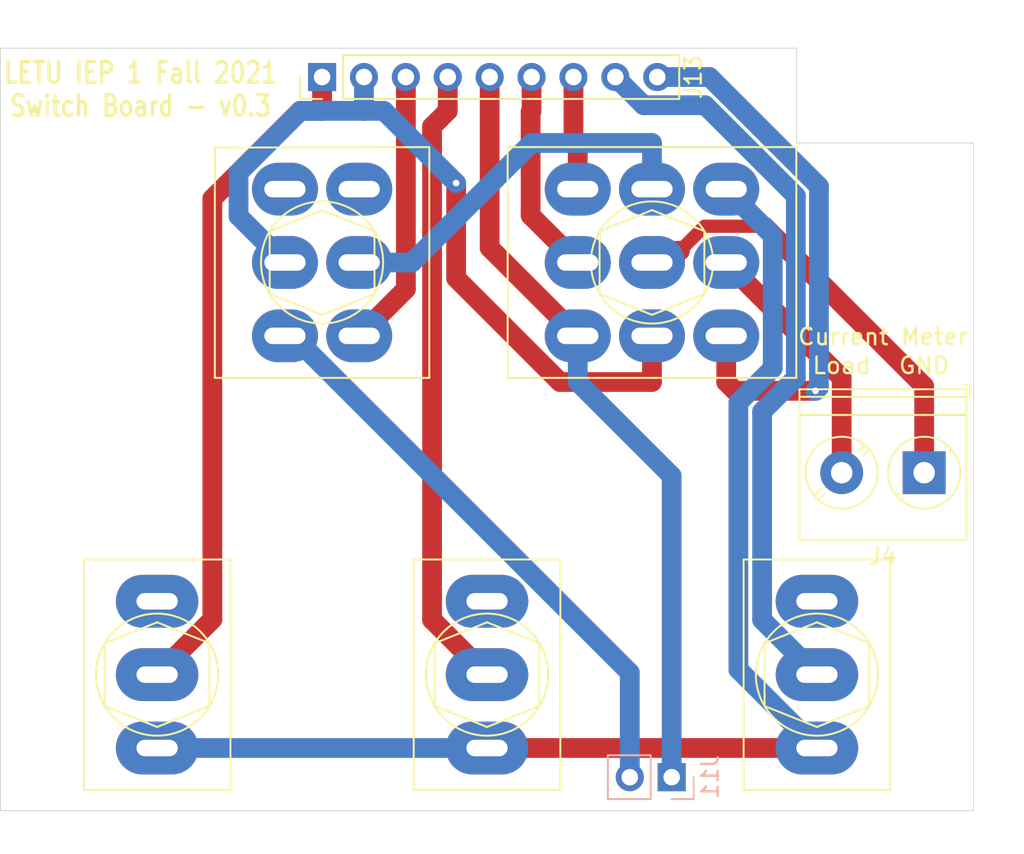
<source format=kicad_pcb>
(kicad_pcb (version 20171130) (host pcbnew 5.1.10)

  (general
    (thickness 1.6)
    (drawings 10)
    (tracks 72)
    (zones 0)
    (modules 8)
    (nets 15)
  )

  (page A4)
  (layers
    (0 F.Cu signal)
    (31 B.Cu signal)
    (32 B.Adhes user)
    (33 F.Adhes user)
    (34 B.Paste user)
    (35 F.Paste user)
    (36 B.SilkS user)
    (37 F.SilkS user)
    (38 B.Mask user)
    (39 F.Mask user)
    (40 Dwgs.User user)
    (41 Cmts.User user)
    (42 Eco1.User user)
    (43 Eco2.User user)
    (44 Edge.Cuts user)
    (45 Margin user)
    (46 B.CrtYd user)
    (47 F.CrtYd user)
    (48 B.Fab user)
    (49 F.Fab user)
  )

  (setup
    (last_trace_width 1.2)
    (trace_clearance 0.2)
    (zone_clearance 0.508)
    (zone_45_only no)
    (trace_min 0.2)
    (via_size 0.8)
    (via_drill 0.4)
    (via_min_size 0.4)
    (via_min_drill 0.3)
    (uvia_size 0.3)
    (uvia_drill 0.1)
    (uvias_allowed no)
    (uvia_min_size 0.2)
    (uvia_min_drill 0.1)
    (edge_width 0.05)
    (segment_width 0.2)
    (pcb_text_width 0.3)
    (pcb_text_size 1.5 1.5)
    (mod_edge_width 0.12)
    (mod_text_size 1 1)
    (mod_text_width 0.15)
    (pad_size 1.524 1.524)
    (pad_drill 0.762)
    (pad_to_mask_clearance 0)
    (aux_axis_origin 0 0)
    (grid_origin 40.5 121.75)
    (visible_elements FFFFFF7F)
    (pcbplotparams
      (layerselection 0x010fc_ffffffff)
      (usegerberextensions true)
      (usegerberattributes false)
      (usegerberadvancedattributes false)
      (creategerberjobfile false)
      (excludeedgelayer true)
      (linewidth 0.100000)
      (plotframeref false)
      (viasonmask false)
      (mode 1)
      (useauxorigin false)
      (hpglpennumber 1)
      (hpglpenspeed 20)
      (hpglpendiameter 15.000000)
      (psnegative false)
      (psa4output false)
      (plotreference true)
      (plotvalue false)
      (plotinvisibletext false)
      (padsonsilk false)
      (subtractmaskfromsilk true)
      (outputformat 1)
      (mirror false)
      (drillshape 0)
      (scaleselection 1)
      (outputdirectory "Gerber/Main/"))
  )

  (net 0 "")
  (net 1 "Net-(SW1-Pad2)")
  (net 2 "Net-(SW2-Pad7)")
  (net 3 Bridge_DC_-)
  (net 4 Bridge_DC_+)
  (net 5 Bridge_CC_-)
  (net 6 Bridge_12V_-)
  (net 7 Bridge_BAT_+)
  (net 8 Bridge_Meter_+)
  (net 9 Bridge_5v_-)
  (net 10 Bridge_BAT_-)
  (net 11 Bridge_USB_-)
  (net 12 "Net-(J4-Pad2)")
  (net 13 "Net-(J4-Pad1)")
  (net 14 "Net-(J11-Pad2)")

  (net_class Default "This is the default net class."
    (clearance 0.2)
    (trace_width 1.2)
    (via_dia 0.8)
    (via_drill 0.4)
    (uvia_dia 0.3)
    (uvia_drill 0.1)
    (add_net Bridge_12V_-)
    (add_net Bridge_5v_-)
    (add_net Bridge_BAT_+)
    (add_net Bridge_BAT_-)
    (add_net Bridge_CC_-)
    (add_net Bridge_DC_+)
    (add_net Bridge_DC_-)
    (add_net Bridge_Meter_+)
    (add_net Bridge_USB_-)
    (add_net "Net-(J11-Pad2)")
    (add_net "Net-(J4-Pad1)")
    (add_net "Net-(J4-Pad2)")
    (add_net "Net-(SW1-Pad2)")
    (add_net "Net-(SW2-Pad7)")
  )

  (module Connector_PinHeader_2.54mm:PinHeader_1x09_P2.54mm_Vertical (layer F.Cu) (tedit 59FED5CC) (tstamp 60BAAD8B)
    (at 57.5 134.25 90)
    (descr "Through hole straight pin header, 1x09, 2.54mm pitch, single row")
    (tags "Through hole pin header THT 1x09 2.54mm single row")
    (path /609B92A7/60CEE61F)
    (fp_text reference J13 (at 0 22.5 90) (layer F.SilkS)
      (effects (font (size 1 1) (thickness 0.15)))
    )
    (fp_text value Conn_01x09 (at 0 22.65 90) (layer F.Fab)
      (effects (font (size 1 1) (thickness 0.15)))
    )
    (fp_line (start 1.8 -1.8) (end -1.8 -1.8) (layer F.CrtYd) (width 0.05))
    (fp_line (start 1.8 22.1) (end 1.8 -1.8) (layer F.CrtYd) (width 0.05))
    (fp_line (start -1.8 22.1) (end 1.8 22.1) (layer F.CrtYd) (width 0.05))
    (fp_line (start -1.8 -1.8) (end -1.8 22.1) (layer F.CrtYd) (width 0.05))
    (fp_line (start -1.33 -1.33) (end 0 -1.33) (layer F.SilkS) (width 0.12))
    (fp_line (start -1.33 0) (end -1.33 -1.33) (layer F.SilkS) (width 0.12))
    (fp_line (start -1.33 1.27) (end 1.33 1.27) (layer F.SilkS) (width 0.12))
    (fp_line (start 1.33 1.27) (end 1.33 21.65) (layer F.SilkS) (width 0.12))
    (fp_line (start -1.33 1.27) (end -1.33 21.65) (layer F.SilkS) (width 0.12))
    (fp_line (start -1.33 21.65) (end 1.33 21.65) (layer F.SilkS) (width 0.12))
    (fp_line (start -1.27 -0.635) (end -0.635 -1.27) (layer F.Fab) (width 0.1))
    (fp_line (start -1.27 21.59) (end -1.27 -0.635) (layer F.Fab) (width 0.1))
    (fp_line (start 1.27 21.59) (end -1.27 21.59) (layer F.Fab) (width 0.1))
    (fp_line (start 1.27 -1.27) (end 1.27 21.59) (layer F.Fab) (width 0.1))
    (fp_line (start -0.635 -1.27) (end 1.27 -1.27) (layer F.Fab) (width 0.1))
    (fp_text user %R (at 0 10.16) (layer F.Fab)
      (effects (font (size 1 1) (thickness 0.15)))
    )
    (pad 9 thru_hole oval (at 0 20.32 90) (size 1.7 1.7) (drill 1) (layers *.Cu *.Mask)
      (net 5 Bridge_CC_-))
    (pad 8 thru_hole oval (at 0 17.78 90) (size 1.7 1.7) (drill 1) (layers *.Cu *.Mask)
      (net 6 Bridge_12V_-))
    (pad 7 thru_hole oval (at 0 15.24 90) (size 1.7 1.7) (drill 1) (layers *.Cu *.Mask)
      (net 7 Bridge_BAT_+))
    (pad 6 thru_hole oval (at 0 12.7 90) (size 1.7 1.7) (drill 1) (layers *.Cu *.Mask)
      (net 8 Bridge_Meter_+))
    (pad 5 thru_hole oval (at 0 10.16 90) (size 1.7 1.7) (drill 1) (layers *.Cu *.Mask)
      (net 4 Bridge_DC_+))
    (pad 4 thru_hole oval (at 0 7.62 90) (size 1.7 1.7) (drill 1) (layers *.Cu *.Mask)
      (net 9 Bridge_5v_-))
    (pad 3 thru_hole oval (at 0 5.08 90) (size 1.7 1.7) (drill 1) (layers *.Cu *.Mask)
      (net 10 Bridge_BAT_-))
    (pad 2 thru_hole oval (at 0 2.54 90) (size 1.7 1.7) (drill 1) (layers *.Cu *.Mask)
      (net 3 Bridge_DC_-))
    (pad 1 thru_hole rect (at 0 0 90) (size 1.7 1.7) (drill 1) (layers *.Cu *.Mask)
      (net 11 Bridge_USB_-))
    (model ${KISYS3DMOD}/Connector_PinHeader_2.54mm.3dshapes/PinHeader_1x09_P2.54mm_Vertical.wrl
      (at (xyz 0 0 0))
      (scale (xyz 1 1 1))
      (rotate (xyz 0 0 0))
    )
  )

  (module TerminalBlock_Phoenix:TerminalBlock_Phoenix_PT-1,5-2-5.0-H_1x02_P5.00mm_Horizontal (layer F.Cu) (tedit 5B294F69) (tstamp 60BA98E8)
    (at 94 158.25 180)
    (descr "Terminal Block Phoenix PT-1,5-2-5.0-H, 2 pins, pitch 5mm, size 10x9mm^2, drill diamater 1.3mm, pad diameter 2.6mm, see http://www.mouser.com/ds/2/324/ItemDetail_1935161-922578.pdf, script-generated using https://github.com/pointhi/kicad-footprint-generator/scripts/TerminalBlock_Phoenix")
    (tags "THT Terminal Block Phoenix PT-1,5-2-5.0-H pitch 5mm size 10x9mm^2 drill 1.3mm pad 2.6mm")
    (path /609B92A7/60BD9409)
    (fp_text reference J4 (at 2.5 -5.06) (layer F.SilkS)
      (effects (font (size 1 1) (thickness 0.15)))
    )
    (fp_text value Screw_Terminal_01x02 (at 2.5 6.06) (layer F.Fab)
      (effects (font (size 1 1) (thickness 0.15)))
    )
    (fp_line (start 8 -4.5) (end -3 -4.5) (layer F.CrtYd) (width 0.05))
    (fp_line (start 8 5.5) (end 8 -4.5) (layer F.CrtYd) (width 0.05))
    (fp_line (start -3 5.5) (end 8 5.5) (layer F.CrtYd) (width 0.05))
    (fp_line (start -3 -4.5) (end -3 5.5) (layer F.CrtYd) (width 0.05))
    (fp_line (start -2.8 5.3) (end -2.4 5.3) (layer F.SilkS) (width 0.12))
    (fp_line (start -2.8 4.66) (end -2.8 5.3) (layer F.SilkS) (width 0.12))
    (fp_line (start 3.742 0.992) (end 3.347 1.388) (layer F.SilkS) (width 0.12))
    (fp_line (start 6.388 -1.654) (end 6.008 -1.274) (layer F.SilkS) (width 0.12))
    (fp_line (start 3.993 1.274) (end 3.613 1.654) (layer F.SilkS) (width 0.12))
    (fp_line (start 6.654 -1.388) (end 6.259 -0.992) (layer F.SilkS) (width 0.12))
    (fp_line (start 6.273 -1.517) (end 3.484 1.273) (layer F.Fab) (width 0.1))
    (fp_line (start 6.517 -1.273) (end 3.728 1.517) (layer F.Fab) (width 0.1))
    (fp_line (start -1.548 1.281) (end -1.654 1.388) (layer F.SilkS) (width 0.12))
    (fp_line (start 1.388 -1.654) (end 1.281 -1.547) (layer F.SilkS) (width 0.12))
    (fp_line (start -1.282 1.547) (end -1.388 1.654) (layer F.SilkS) (width 0.12))
    (fp_line (start 1.654 -1.388) (end 1.547 -1.281) (layer F.SilkS) (width 0.12))
    (fp_line (start 1.273 -1.517) (end -1.517 1.273) (layer F.Fab) (width 0.1))
    (fp_line (start 1.517 -1.273) (end -1.273 1.517) (layer F.Fab) (width 0.1))
    (fp_line (start 7.56 -4.06) (end 7.56 5.06) (layer F.SilkS) (width 0.12))
    (fp_line (start -2.56 -4.06) (end -2.56 5.06) (layer F.SilkS) (width 0.12))
    (fp_line (start -2.56 5.06) (end 7.56 5.06) (layer F.SilkS) (width 0.12))
    (fp_line (start -2.56 -4.06) (end 7.56 -4.06) (layer F.SilkS) (width 0.12))
    (fp_line (start -2.56 3.5) (end 7.56 3.5) (layer F.SilkS) (width 0.12))
    (fp_line (start -2.5 3.5) (end 7.5 3.5) (layer F.Fab) (width 0.1))
    (fp_line (start -2.56 4.6) (end 7.56 4.6) (layer F.SilkS) (width 0.12))
    (fp_line (start -2.5 4.6) (end 7.5 4.6) (layer F.Fab) (width 0.1))
    (fp_line (start -2.5 4.6) (end -2.5 -4) (layer F.Fab) (width 0.1))
    (fp_line (start -2.1 5) (end -2.5 4.6) (layer F.Fab) (width 0.1))
    (fp_line (start 7.5 5) (end -2.1 5) (layer F.Fab) (width 0.1))
    (fp_line (start 7.5 -4) (end 7.5 5) (layer F.Fab) (width 0.1))
    (fp_line (start -2.5 -4) (end 7.5 -4) (layer F.Fab) (width 0.1))
    (fp_circle (center 5 0) (end 7.18 0) (layer F.SilkS) (width 0.12))
    (fp_circle (center 5 0) (end 7 0) (layer F.Fab) (width 0.1))
    (fp_circle (center 0 0) (end 2.18 0) (layer F.SilkS) (width 0.12))
    (fp_circle (center 0 0) (end 2 0) (layer F.Fab) (width 0.1))
    (fp_text user %R (at 2.5 2.9) (layer F.Fab)
      (effects (font (size 1 1) (thickness 0.15)))
    )
    (pad 2 thru_hole circle (at 5 0 180) (size 2.6 2.6) (drill 1.3) (layers *.Cu *.Mask)
      (net 12 "Net-(J4-Pad2)"))
    (pad 1 thru_hole rect (at 0 0 180) (size 2.6 2.6) (drill 1.3) (layers *.Cu *.Mask)
      (net 13 "Net-(J4-Pad1)"))
    (model ${KISYS3DMOD}/TerminalBlock_Phoenix.3dshapes/TerminalBlock_Phoenix_PT-1,5-2-5.0-H_1x02_P5.00mm_Horizontal.wrl
      (at (xyz 0 0 0))
      (scale (xyz 1 1 1))
      (rotate (xyz 0 0 0))
    )
  )

  (module Connector_PinHeader_2.54mm:PinHeader_1x02_P2.54mm_Vertical (layer B.Cu) (tedit 59FED5CC) (tstamp 60BA9423)
    (at 78.694 176.72 90)
    (descr "Through hole straight pin header, 1x02, 2.54mm pitch, single row")
    (tags "Through hole pin header THT 1x02 2.54mm single row")
    (path /609B92A7/60E2E712)
    (fp_text reference J11 (at 0 2.33 90) (layer B.SilkS)
      (effects (font (size 1 1) (thickness 0.15)) (justify mirror))
    )
    (fp_text value Conn_01x02 (at 0 -4.87 90) (layer B.Fab)
      (effects (font (size 1 1) (thickness 0.15)) (justify mirror))
    )
    (fp_line (start -0.635 1.27) (end 1.27 1.27) (layer B.Fab) (width 0.1))
    (fp_line (start 1.27 1.27) (end 1.27 -3.81) (layer B.Fab) (width 0.1))
    (fp_line (start 1.27 -3.81) (end -1.27 -3.81) (layer B.Fab) (width 0.1))
    (fp_line (start -1.27 -3.81) (end -1.27 0.635) (layer B.Fab) (width 0.1))
    (fp_line (start -1.27 0.635) (end -0.635 1.27) (layer B.Fab) (width 0.1))
    (fp_line (start -1.33 -3.87) (end 1.33 -3.87) (layer B.SilkS) (width 0.12))
    (fp_line (start -1.33 -1.27) (end -1.33 -3.87) (layer B.SilkS) (width 0.12))
    (fp_line (start 1.33 -1.27) (end 1.33 -3.87) (layer B.SilkS) (width 0.12))
    (fp_line (start -1.33 -1.27) (end 1.33 -1.27) (layer B.SilkS) (width 0.12))
    (fp_line (start -1.33 0) (end -1.33 1.33) (layer B.SilkS) (width 0.12))
    (fp_line (start -1.33 1.33) (end 0 1.33) (layer B.SilkS) (width 0.12))
    (fp_line (start -1.8 1.8) (end -1.8 -4.35) (layer B.CrtYd) (width 0.05))
    (fp_line (start -1.8 -4.35) (end 1.8 -4.35) (layer B.CrtYd) (width 0.05))
    (fp_line (start 1.8 -4.35) (end 1.8 1.8) (layer B.CrtYd) (width 0.05))
    (fp_line (start 1.8 1.8) (end -1.8 1.8) (layer B.CrtYd) (width 0.05))
    (fp_text user %R (at 0 -1.27 180) (layer B.Fab)
      (effects (font (size 1 1) (thickness 0.15)) (justify mirror))
    )
    (pad 2 thru_hole oval (at 0 -2.54 90) (size 1.7 1.7) (drill 1) (layers *.Cu *.Mask)
      (net 14 "Net-(J11-Pad2)"))
    (pad 1 thru_hole rect (at 0 0 90) (size 1.7 1.7) (drill 1) (layers *.Cu *.Mask)
      (net 4 Bridge_DC_+))
    (model ${KISYS3DMOD}/Connector_PinHeader_2.54mm.3dshapes/PinHeader_1x02_P2.54mm_Vertical.wrl
      (at (xyz 0 0 0))
      (scale (xyz 1 1 1))
      (rotate (xyz 0 0 0))
    )
  )

  (module Custom:3PDT (layer F.Cu) (tedit 60B9ADF1) (tstamp 60BA3529)
    (at 77.5 145.5 270)
    (descr "SW Toggle")
    (tags "SW Toggle")
    (path /609B92A7/60C7C3AE)
    (fp_text reference SW2 (at 0.124031 -8.249895 90) (layer F.SilkS) hide
      (effects (font (size 1 1) (thickness 0.15)))
    )
    (fp_text value SW_3PDT_x3 (at 0 -6.35 90) (layer F.Fab)
      (effects (font (size 1 1) (thickness 0.15)))
    )
    (fp_line (start -3.175 0) (end -1.905 -3.175) (layer F.SilkS) (width 0.12))
    (fp_line (start -7 -8.75) (end 7 -8.75) (layer F.SilkS) (width 0.12))
    (fp_line (start -6.5 -8.25) (end 6.5 -8.25) (layer F.CrtYd) (width 0.05))
    (fp_line (start -7 8.75) (end -7 -8.75) (layer F.SilkS) (width 0.12))
    (fp_line (start -1.905 3.175) (end -3.175 0) (layer F.SilkS) (width 0.12))
    (fp_line (start 1.905 -3.175) (end 3.175 0) (layer F.SilkS) (width 0.12))
    (fp_line (start 3.175 0) (end 1.905 3.175) (layer F.SilkS) (width 0.12))
    (fp_line (start 6.5 8.25) (end -6.5 8.25) (layer F.CrtYd) (width 0.05))
    (fp_line (start 1.905 3.175) (end -1.905 3.175) (layer F.SilkS) (width 0.12))
    (fp_circle (center 0 0) (end 1.905 3.175) (layer F.SilkS) (width 0.12))
    (fp_line (start 6.5 -8.25) (end 6.5 8.25) (layer F.CrtYd) (width 0.05))
    (fp_line (start 7 8.75) (end -7 8.75) (layer F.SilkS) (width 0.12))
    (fp_line (start 7 -8.75) (end 7 8.75) (layer F.SilkS) (width 0.12))
    (fp_line (start -1.905 -3.175) (end 1.905 -3.175) (layer F.SilkS) (width 0.12))
    (fp_line (start -6.5 8.25) (end -6.5 -8.25) (layer F.CrtYd) (width 0.05))
    (pad 8 thru_hole oval (at 0 -4.5 90) (size 3.2 4) (drill oval 1 2.5) (layers *.Cu *.Mask)
      (net 12 "Net-(J4-Pad2)"))
    (pad 7 thru_hole oval (at -4.45 -4.5 90) (size 3.2 4) (drill oval 1 2.5) (layers *.Cu *.Mask)
      (net 2 "Net-(SW2-Pad7)"))
    (pad 9 thru_hole oval (at 4.45 -4.5 90) (size 3.2 4) (drill oval 1 2.5) (layers *.Cu *.Mask)
      (net 5 Bridge_CC_-))
    (pad 6 thru_hole oval (at 4.45 0 90) (size 3.2 4) (drill oval 1 2.5) (layers *.Cu *.Mask)
      (net 3 Bridge_DC_-))
    (pad 5 thru_hole oval (at 0 0 90) (size 3.2 4) (drill oval 1 2.5) (layers *.Cu *.Mask)
      (net 13 "Net-(J4-Pad1)"))
    (pad 4 thru_hole oval (at -4.45 0 90) (size 3.2 4) (drill oval 1 2.5) (layers *.Cu *.Mask)
      (net 1 "Net-(SW1-Pad2)"))
    (pad 2 thru_hole oval (at 0 4.5 270) (size 3.2 4) (drill oval 1 2.5) (layers *.Cu *.Mask)
      (net 8 Bridge_Meter_+))
    (pad 1 thru_hole oval (at -4.45 4.5 270) (size 3.2 4) (drill oval 1 2.5) (layers *.Cu *.Mask)
      (net 7 Bridge_BAT_+))
    (pad 3 thru_hole oval (at 4.45 4.5 270) (size 3.2 4) (drill oval 1 2.5) (layers *.Cu *.Mask)
      (net 4 Bridge_DC_+))
    (model ${KIPRJMOD}/footprints/Custom.pretty/3PDT.STEP
      (at (xyz 0 0 0))
      (scale (xyz 1 1 1))
      (rotate (xyz 0 0 90))
    )
  )

  (module Custom:SPDT (layer F.Cu) (tedit 60A17943) (tstamp 60A1E919)
    (at 87.5 170.5 90)
    (descr "SW Toggle")
    (tags "SW Toggle")
    (path /609B92A7/60BCFFFB)
    (fp_text reference SW5 (at 0.124031 -8.249895 90) (layer F.SilkS) hide
      (effects (font (size 1 1) (thickness 0.15)))
    )
    (fp_text value SW_SPST (at 0 -6.35 90) (layer F.Fab)
      (effects (font (size 1 1) (thickness 0.15)))
    )
    (fp_circle (center 0 0) (end 1.905 3.175) (layer F.SilkS) (width 0.12))
    (fp_line (start -3.175 0) (end -1.905 -3.175) (layer F.SilkS) (width 0.12))
    (fp_line (start -1.905 3.175) (end -3.175 0) (layer F.SilkS) (width 0.12))
    (fp_line (start 1.905 3.175) (end -1.905 3.175) (layer F.SilkS) (width 0.12))
    (fp_line (start 3.175 0) (end 1.905 3.175) (layer F.SilkS) (width 0.12))
    (fp_line (start 1.905 -3.175) (end 3.175 0) (layer F.SilkS) (width 0.12))
    (fp_line (start -1.905 -3.175) (end 1.905 -3.175) (layer F.SilkS) (width 0.12))
    (fp_line (start -6.985 4.445) (end -6.985 -4.445) (layer F.SilkS) (width 0.12))
    (fp_line (start 6.985 4.445) (end -6.985 4.445) (layer F.SilkS) (width 0.12))
    (fp_line (start 6.985 -4.445) (end 6.985 4.445) (layer F.SilkS) (width 0.12))
    (fp_line (start -6.985 -4.445) (end 6.985 -4.445) (layer F.SilkS) (width 0.12))
    (fp_line (start -6.5 4) (end -6.5 -4) (layer F.CrtYd) (width 0.05))
    (fp_line (start 6.5 4) (end -6.5 4) (layer F.CrtYd) (width 0.05))
    (fp_line (start 6.5 -4) (end 6.5 4) (layer F.CrtYd) (width 0.05))
    (fp_line (start -6.5 -4) (end 6.5 -4) (layer F.CrtYd) (width 0.05))
    (pad 1 thru_hole oval (at -4.45 0 90) (size 3.2 5) (drill oval 1 2.5) (layers *.Cu *.Mask)
      (net 2 "Net-(SW2-Pad7)"))
    (pad 2 thru_hole oval (at 0 0 90) (size 3.2 5) (drill oval 1 2.5) (layers *.Cu *.Mask)
      (net 6 Bridge_12V_-))
    (pad 3 thru_hole oval (at 4.45 0 90) (size 3.2 5) (drill oval 1 2.5) (layers *.Cu *.Mask))
    (model ${KIPRJMOD}/footprints/Custom.pretty/SPDT.step
      (offset (xyz 0 0 10.25))
      (scale (xyz 1 1 1))
      (rotate (xyz 90 0 90))
    )
  )

  (module Custom:SPDT (layer F.Cu) (tedit 60A17943) (tstamp 60A1E903)
    (at 47.5 170.5 90)
    (descr "SW Toggle")
    (tags "SW Toggle")
    (path /609B92A7/60BCFD9B)
    (fp_text reference SW4 (at 0.124031 -8.249895 90) (layer F.SilkS) hide
      (effects (font (size 1 1) (thickness 0.15)))
    )
    (fp_text value SW_SPST (at 0 -6.35 90) (layer F.Fab)
      (effects (font (size 1 1) (thickness 0.15)))
    )
    (fp_circle (center 0 0) (end 1.905 3.175) (layer F.SilkS) (width 0.12))
    (fp_line (start -3.175 0) (end -1.905 -3.175) (layer F.SilkS) (width 0.12))
    (fp_line (start -1.905 3.175) (end -3.175 0) (layer F.SilkS) (width 0.12))
    (fp_line (start 1.905 3.175) (end -1.905 3.175) (layer F.SilkS) (width 0.12))
    (fp_line (start 3.175 0) (end 1.905 3.175) (layer F.SilkS) (width 0.12))
    (fp_line (start 1.905 -3.175) (end 3.175 0) (layer F.SilkS) (width 0.12))
    (fp_line (start -1.905 -3.175) (end 1.905 -3.175) (layer F.SilkS) (width 0.12))
    (fp_line (start -6.985 4.445) (end -6.985 -4.445) (layer F.SilkS) (width 0.12))
    (fp_line (start 6.985 4.445) (end -6.985 4.445) (layer F.SilkS) (width 0.12))
    (fp_line (start 6.985 -4.445) (end 6.985 4.445) (layer F.SilkS) (width 0.12))
    (fp_line (start -6.985 -4.445) (end 6.985 -4.445) (layer F.SilkS) (width 0.12))
    (fp_line (start -6.5 4) (end -6.5 -4) (layer F.CrtYd) (width 0.05))
    (fp_line (start 6.5 4) (end -6.5 4) (layer F.CrtYd) (width 0.05))
    (fp_line (start 6.5 -4) (end 6.5 4) (layer F.CrtYd) (width 0.05))
    (fp_line (start -6.5 -4) (end 6.5 -4) (layer F.CrtYd) (width 0.05))
    (pad 1 thru_hole oval (at -4.45 0 90) (size 3.2 5) (drill oval 1 2.5) (layers *.Cu *.Mask)
      (net 2 "Net-(SW2-Pad7)"))
    (pad 2 thru_hole oval (at 0 0 90) (size 3.2 5) (drill oval 1 2.5) (layers *.Cu *.Mask)
      (net 11 Bridge_USB_-))
    (pad 3 thru_hole oval (at 4.45 0 90) (size 3.2 5) (drill oval 1 2.5) (layers *.Cu *.Mask))
    (model ${KIPRJMOD}/footprints/Custom.pretty/SPDT.step
      (offset (xyz 0 0 10.25))
      (scale (xyz 1 1 1))
      (rotate (xyz 90 0 90))
    )
  )

  (module Custom:SPDT (layer F.Cu) (tedit 60A17943) (tstamp 60A1E8ED)
    (at 67.5 170.5 90)
    (descr "SW Toggle")
    (tags "SW Toggle")
    (path /609B92A7/60BCE75E)
    (fp_text reference SW3 (at 0.124031 -8.249895 90) (layer F.SilkS) hide
      (effects (font (size 1 1) (thickness 0.15)))
    )
    (fp_text value SW_SPST (at 0 -6.35 90) (layer F.Fab)
      (effects (font (size 1 1) (thickness 0.15)))
    )
    (fp_circle (center 0 0) (end 1.905 3.175) (layer F.SilkS) (width 0.12))
    (fp_line (start -3.175 0) (end -1.905 -3.175) (layer F.SilkS) (width 0.12))
    (fp_line (start -1.905 3.175) (end -3.175 0) (layer F.SilkS) (width 0.12))
    (fp_line (start 1.905 3.175) (end -1.905 3.175) (layer F.SilkS) (width 0.12))
    (fp_line (start 3.175 0) (end 1.905 3.175) (layer F.SilkS) (width 0.12))
    (fp_line (start 1.905 -3.175) (end 3.175 0) (layer F.SilkS) (width 0.12))
    (fp_line (start -1.905 -3.175) (end 1.905 -3.175) (layer F.SilkS) (width 0.12))
    (fp_line (start -6.985 4.445) (end -6.985 -4.445) (layer F.SilkS) (width 0.12))
    (fp_line (start 6.985 4.445) (end -6.985 4.445) (layer F.SilkS) (width 0.12))
    (fp_line (start 6.985 -4.445) (end 6.985 4.445) (layer F.SilkS) (width 0.12))
    (fp_line (start -6.985 -4.445) (end 6.985 -4.445) (layer F.SilkS) (width 0.12))
    (fp_line (start -6.5 4) (end -6.5 -4) (layer F.CrtYd) (width 0.05))
    (fp_line (start 6.5 4) (end -6.5 4) (layer F.CrtYd) (width 0.05))
    (fp_line (start 6.5 -4) (end 6.5 4) (layer F.CrtYd) (width 0.05))
    (fp_line (start -6.5 -4) (end 6.5 -4) (layer F.CrtYd) (width 0.05))
    (pad 1 thru_hole oval (at -4.45 0 90) (size 3.2 5) (drill oval 1 2.5) (layers *.Cu *.Mask)
      (net 2 "Net-(SW2-Pad7)"))
    (pad 2 thru_hole oval (at 0 0 90) (size 3.2 5) (drill oval 1 2.5) (layers *.Cu *.Mask)
      (net 9 Bridge_5v_-))
    (pad 3 thru_hole oval (at 4.45 0 90) (size 3.2 5) (drill oval 1 2.5) (layers *.Cu *.Mask))
    (model ${KIPRJMOD}/footprints/Custom.pretty/SPDT.step
      (offset (xyz 0 0 10.25))
      (scale (xyz 1 1 1))
      (rotate (xyz 90 0 90))
    )
  )

  (module Custom:DPDT_OnOff (layer F.Cu) (tedit 60A1755C) (tstamp 60A1E8BE)
    (at 57.5 145.5 90)
    (descr "SW Toggle")
    (tags "SW Toggle")
    (path /609B92A7/609FA872)
    (fp_text reference SW1 (at 0.124031 -8.249895 90) (layer F.SilkS) hide
      (effects (font (size 1 1) (thickness 0.15)))
    )
    (fp_text value SW_DPST (at 0 -6.35 90) (layer F.Fab)
      (effects (font (size 1 1) (thickness 0.15)))
    )
    (fp_line (start -3.175 0) (end -1.905 -3.175) (layer F.SilkS) (width 0.12))
    (fp_line (start -7 -6.5) (end 6.97 -6.5) (layer F.SilkS) (width 0.12))
    (fp_line (start -6.5 -6) (end 6.5 -6) (layer F.CrtYd) (width 0.05))
    (fp_line (start -7 6.5) (end -7 -6.5) (layer F.SilkS) (width 0.12))
    (fp_line (start -1.905 3.175) (end -3.175 0) (layer F.SilkS) (width 0.12))
    (fp_line (start 1.905 -3.175) (end 3.175 0) (layer F.SilkS) (width 0.12))
    (fp_line (start 3.175 0) (end 1.905 3.175) (layer F.SilkS) (width 0.12))
    (fp_line (start 6.5 6) (end -6.5 6) (layer F.CrtYd) (width 0.05))
    (fp_line (start 1.905 3.175) (end -1.905 3.175) (layer F.SilkS) (width 0.12))
    (fp_circle (center 0 0) (end 1.905 3.175) (layer F.SilkS) (width 0.12))
    (fp_line (start 6.5 -6) (end 6.5 6) (layer F.CrtYd) (width 0.05))
    (fp_line (start 6.985 6.5) (end -6.985 6.5) (layer F.SilkS) (width 0.12))
    (fp_line (start 6.97 -6.5) (end 7 6.5) (layer F.SilkS) (width 0.12))
    (fp_line (start -1.905 -3.175) (end 1.905 -3.175) (layer F.SilkS) (width 0.12))
    (fp_line (start -6.5 6) (end -6.5 -6) (layer F.CrtYd) (width 0.05))
    (pad "" thru_hole oval (at 4.45 -2.25 270) (size 3.2 4) (drill oval 1 2.5) (layers *.Cu *.Mask))
    (pad 4 thru_hole oval (at 0 -2.25 270) (size 3.2 4) (drill oval 1 2.5) (layers *.Cu *.Mask)
      (net 3 Bridge_DC_-))
    (pad 3 thru_hole oval (at -4.45 -2.25 270) (size 3.2 4) (drill oval 1 2.5) (layers *.Cu *.Mask)
      (net 14 "Net-(J11-Pad2)"))
    (pad 2 thru_hole oval (at 0 2.25 90) (size 3.2 4) (drill oval 1 2.5) (layers *.Cu *.Mask)
      (net 1 "Net-(SW1-Pad2)"))
    (pad 1 thru_hole oval (at -4.45 2.25 90) (size 3.2 4) (drill oval 1 2.5) (layers *.Cu *.Mask)
      (net 10 Bridge_BAT_-))
    (pad "" thru_hole oval (at 4.45 2.25 90) (size 3.2 4) (drill oval 1 2.5) (layers *.Cu *.Mask))
    (model ${KIPRJMOD}/footprints/Custom.pretty/DPDT.step
      (at (xyz 0 0 0))
      (scale (xyz 1 1 1))
      (rotate (xyz 0 0 90))
    )
  )

  (gr_line (start 38 132.5) (end 38 178.75) (layer Edge.Cuts) (width 0.05))
  (gr_text "LETU IEP 1 Fall 2021\nSwitch Board - v0.3" (at 46.5 135) (layer F.SilkS) (tstamp 60BABC09)
    (effects (font (size 1.25 1) (thickness 0.2)))
  )
  (gr_text GND (at 94 151.75) (layer F.SilkS)
    (effects (font (size 1 1) (thickness 0.15)))
  )
  (gr_text Load (at 89 151.75) (layer F.SilkS)
    (effects (font (size 1 1) (thickness 0.15)))
  )
  (gr_text "Current Meter" (at 91.5 150) (layer F.SilkS)
    (effects (font (size 1 1) (thickness 0.15)))
  )
  (gr_line (start 86.25 138.25) (end 86.25 132.5) (layer Edge.Cuts) (width 0.05) (tstamp 60BAC82C))
  (gr_line (start 97 138.25) (end 86.25 138.25) (layer Edge.Cuts) (width 0.05))
  (gr_line (start 86.25 132.5) (end 38 132.5) (layer Edge.Cuts) (width 0.05))
  (gr_line (start 97 138.25) (end 97 178.75) (layer Edge.Cuts) (width 0.05))
  (gr_line (start 38 178.75) (end 97 178.75) (layer Edge.Cuts) (width 0.05))

  (segment (start 59.75 145.5) (end 62.95 145.5) (width 1.2) (layer B.Cu) (net 1))
  (segment (start 62.95 145.5) (end 70.2 138.25) (width 1.2) (layer B.Cu) (net 1))
  (segment (start 70.2 138.25) (end 77.5 138.25) (width 1.2) (layer B.Cu) (net 1))
  (segment (start 77.5 141.05) (end 77.5 138.25) (width 1.2) (layer B.Cu) (net 1))
  (segment (start 87.5 174.95) (end 82.7375 170.1875) (width 1.2) (layer B.Cu) (net 2))
  (segment (start 82.7375 170.1875) (end 82.7375 153.9987) (width 1.2) (layer B.Cu) (net 2))
  (segment (start 82.7375 153.9987) (end 84.8205 151.9157) (width 1.2) (layer B.Cu) (net 2))
  (segment (start 84.8205 151.9157) (end 84.8205 143.8705) (width 1.2) (layer B.Cu) (net 2))
  (segment (start 84.8205 143.8705) (end 82 141.05) (width 1.2) (layer B.Cu) (net 2))
  (segment (start 67.5 174.95) (end 87.5 174.95) (width 1.2) (layer F.Cu) (net 2))
  (segment (start 67.5 174.95) (end 47.5 174.95) (width 1.2) (layer B.Cu) (net 2))
  (segment (start 77.5 149.95) (end 77.5 152.75) (width 1.2) (layer F.Cu) (net 3))
  (segment (start 65.6274 140.6833) (end 61.2441 136.3) (width 1.2) (layer B.Cu) (net 3))
  (segment (start 61.2441 136.3) (end 60.04 136.3) (width 1.2) (layer B.Cu) (net 3))
  (segment (start 77.5 152.75) (end 71.9237 152.75) (width 1.2) (layer F.Cu) (net 3))
  (segment (start 71.9237 152.75) (end 65.6274 146.4537) (width 1.2) (layer F.Cu) (net 3))
  (segment (start 65.6274 146.4537) (end 65.6274 140.6833) (width 1.2) (layer F.Cu) (net 3))
  (segment (start 60.04 134.25) (end 60.04 136.3) (width 1.2) (layer B.Cu) (net 3))
  (segment (start 55.25 145.5) (end 52.4346 142.6846) (width 1.2) (layer B.Cu) (net 3))
  (segment (start 52.4346 142.6846) (end 52.4346 140.0601) (width 1.2) (layer B.Cu) (net 3))
  (segment (start 52.4346 140.0601) (end 56.1947 136.3) (width 1.2) (layer B.Cu) (net 3))
  (segment (start 56.1947 136.3) (end 60.04 136.3) (width 1.2) (layer B.Cu) (net 3))
  (via (at 65.6274 140.6833) (size 0.8) (layers F.Cu B.Cu) (net 3))
  (segment (start 73 149.95) (end 73 152.75) (width 1.2) (layer B.Cu) (net 4))
  (segment (start 78.694 176.72) (end 78.694 158.444) (width 1.2) (layer B.Cu) (net 4))
  (segment (start 78.694 158.444) (end 73 152.75) (width 1.2) (layer B.Cu) (net 4))
  (segment (start 73 149.95) (end 67.66 144.61) (width 1.2) (layer F.Cu) (net 4))
  (segment (start 67.66 144.61) (end 67.66 134.25) (width 1.2) (layer F.Cu) (net 4))
  (segment (start 82 149.95) (end 82 152.75) (width 1.2) (layer F.Cu) (net 5))
  (segment (start 87.4131 153.2839) (end 82.5339 153.2839) (width 1.2) (layer F.Cu) (net 5))
  (segment (start 82.5339 153.2839) (end 82 152.75) (width 1.2) (layer F.Cu) (net 5))
  (segment (start 77.82 134.25) (end 80.9899 134.25) (width 1.2) (layer B.Cu) (net 5))
  (segment (start 80.9899 134.25) (end 87.6213 140.8814) (width 1.2) (layer B.Cu) (net 5))
  (segment (start 87.6213 140.8814) (end 87.6213 153.0757) (width 1.2) (layer B.Cu) (net 5))
  (segment (start 87.6213 153.0757) (end 87.4131 153.2839) (width 1.2) (layer B.Cu) (net 5))
  (via (at 87.4131 153.2839) (size 0.8) (layers F.Cu B.Cu) (net 5))
  (segment (start 75.28 134.25) (end 76.99 135.96) (width 1.2) (layer B.Cu) (net 6))
  (segment (start 76.99 135.96) (end 80.7194 135.96) (width 1.2) (layer B.Cu) (net 6))
  (segment (start 80.7194 135.96) (end 86.2209 141.4615) (width 1.2) (layer B.Cu) (net 6))
  (segment (start 86.2209 141.4615) (end 86.2209 152.4958) (width 1.2) (layer B.Cu) (net 6))
  (segment (start 86.2209 152.4958) (end 84.1769 154.5398) (width 1.2) (layer B.Cu) (net 6))
  (segment (start 84.1769 154.5398) (end 84.1769 167.1769) (width 1.2) (layer B.Cu) (net 6))
  (segment (start 84.1769 167.1769) (end 87.5 170.5) (width 1.2) (layer B.Cu) (net 6))
  (segment (start 73 141.05) (end 73 138.25) (width 1.2) (layer F.Cu) (net 7))
  (segment (start 73 138.25) (end 72.74 137.99) (width 1.2) (layer F.Cu) (net 7))
  (segment (start 72.74 137.99) (end 72.74 134.25) (width 1.2) (layer F.Cu) (net 7))
  (segment (start 70.2 134.25) (end 70.2 136.3) (width 1.2) (layer F.Cu) (net 8))
  (segment (start 73 145.5) (end 70.1444 142.6444) (width 1.2) (layer F.Cu) (net 8))
  (segment (start 70.1444 142.6444) (end 70.1444 136.3556) (width 1.2) (layer F.Cu) (net 8))
  (segment (start 70.1444 136.3556) (end 70.2 136.3) (width 1.2) (layer F.Cu) (net 8))
  (segment (start 65.12 134.25) (end 65.12 136.3) (width 1.2) (layer F.Cu) (net 9))
  (segment (start 67.5 170.5) (end 64.1679 167.1679) (width 1.2) (layer F.Cu) (net 9))
  (segment (start 64.1679 167.1679) (end 64.1679 137.2521) (width 1.2) (layer F.Cu) (net 9))
  (segment (start 64.1679 137.2521) (end 65.12 136.3) (width 1.2) (layer F.Cu) (net 9))
  (segment (start 59.75 149.95) (end 62.58 147.12) (width 1.2) (layer F.Cu) (net 10))
  (segment (start 62.58 147.12) (end 62.58 134.25) (width 1.2) (layer F.Cu) (net 10))
  (segment (start 57.5 134.25) (end 57.5 136.3) (width 1.2) (layer F.Cu) (net 11))
  (segment (start 47.5 170.5) (end 50.8476 167.1524) (width 1.2) (layer F.Cu) (net 11))
  (segment (start 50.8476 167.1524) (end 50.8476 141.6311) (width 1.2) (layer F.Cu) (net 11))
  (segment (start 50.8476 141.6311) (end 56.1787 136.3) (width 1.2) (layer F.Cu) (net 11))
  (segment (start 56.1787 136.3) (end 57.5 136.3) (width 1.2) (layer F.Cu) (net 11))
  (segment (start 82 145.5) (end 89 152.5) (width 1.2) (layer F.Cu) (net 12))
  (segment (start 89 152.5) (end 89 158.25) (width 1.2) (layer F.Cu) (net 12))
  (segment (start 84.3 143.3) (end 94 153) (width 1.2) (layer F.Cu) (net 13))
  (segment (start 94 153) (end 94 158.25) (width 1.2) (layer F.Cu) (net 13))
  (segment (start 79.1943 144.794) (end 80.6887 143.3) (width 0.8) (layer F.Cu) (net 13))
  (segment (start 80.6887 143.3) (end 84.3 143.3) (width 0.8) (layer F.Cu) (net 13))
  (segment (start 78.206 144.794) (end 77.5 145.5) (width 1.2) (layer F.Cu) (net 13))
  (segment (start 79.1943 144.794) (end 78.206 144.794) (width 1.2) (layer F.Cu) (net 13))
  (segment (start 55.25 149.95) (end 55.7284 149.95) (width 1.2) (layer B.Cu) (net 14))
  (segment (start 55.7284 149.95) (end 76.154 170.3756) (width 1.2) (layer B.Cu) (net 14))
  (segment (start 76.154 170.3756) (end 76.154 176.72) (width 1.2) (layer B.Cu) (net 14))

)

</source>
